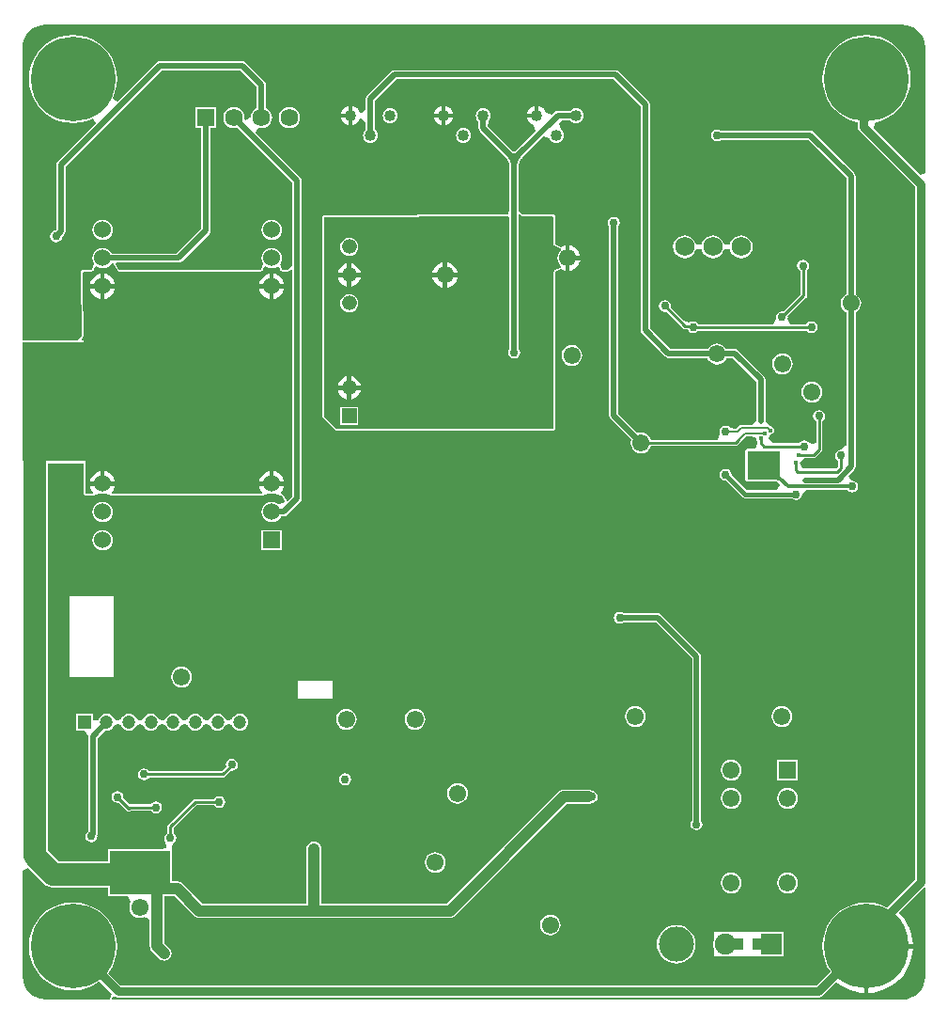
<source format=gbl>
G04*
G04 #@! TF.GenerationSoftware,Altium Limited,Altium Designer,20.0.11 (256)*
G04*
G04 Layer_Physical_Order=2*
G04 Layer_Color=16711680*
%FSLAX25Y25*%
%MOIN*%
G70*
G01*
G75*
%ADD15C,0.01000*%
%ADD17C,0.00800*%
%ADD115C,0.04000*%
%ADD117C,0.02000*%
%ADD118C,0.03000*%
%ADD119C,0.01500*%
%ADD120C,0.04000*%
%ADD121C,0.01200*%
%ADD127C,0.06000*%
%ADD128R,0.06000X0.06000*%
%ADD129C,0.06102*%
%ADD130R,0.06102X0.06102*%
%ADD131R,0.05228X0.05228*%
%ADD132C,0.05228*%
%ADD133C,0.30000*%
%ADD134C,0.12500*%
%ADD135C,0.07500*%
%ADD136R,0.07500X0.07500*%
%ADD137C,0.06890*%
%ADD138C,0.04724*%
%ADD139R,0.04724X0.04724*%
%ADD140C,0.06260*%
%ADD141R,0.06260X0.06260*%
%ADD142R,0.02000X0.04000*%
%ADD143R,0.02000X0.02000*%
%ADD144C,0.01968*%
%ADD145C,0.03000*%
%ADD146C,0.01600*%
%ADD147C,0.08000*%
%ADD148R,0.04300X0.04100*%
%ADD149R,0.03500X0.04100*%
%ADD150R,0.57174X0.42423*%
%ADD151R,0.21511X0.15645*%
%ADD152R,0.11458X0.10335*%
G36*
X313500Y347369D02*
Y347369D01*
X315408Y347147D01*
X316711Y346752D01*
X318162Y345976D01*
X319433Y344933D01*
X320476Y343661D01*
X321252Y342211D01*
X321647Y340908D01*
X321869Y339000D01*
X321869Y339000D01*
X321869Y339000D01*
X321869Y337000D01*
Y294773D01*
X320021Y294007D01*
X303487Y310541D01*
X303477Y311042D01*
X304145Y312712D01*
X305836Y313118D01*
X308104Y314057D01*
X310198Y315340D01*
X312065Y316935D01*
X313660Y318802D01*
X314943Y320896D01*
X315882Y323164D01*
X316456Y325552D01*
X316648Y328000D01*
X316456Y330448D01*
X315882Y332836D01*
X314943Y335104D01*
X313660Y337198D01*
X312065Y339065D01*
X310198Y340660D01*
X308104Y341943D01*
X305836Y342882D01*
X303448Y343456D01*
X301000Y343648D01*
X298552Y343456D01*
X296164Y342882D01*
X293896Y341943D01*
X291802Y340660D01*
X289935Y339065D01*
X288340Y337198D01*
X287057Y335104D01*
X286118Y332836D01*
X285544Y330448D01*
X285352Y328000D01*
X285544Y325552D01*
X286118Y323164D01*
X287057Y320896D01*
X288340Y318802D01*
X289935Y316935D01*
X291802Y315340D01*
X293896Y314057D01*
X296164Y313118D01*
X297859Y312711D01*
Y311000D01*
X298022Y310181D01*
X298486Y309486D01*
X318259Y289713D01*
Y44364D01*
X308249Y34354D01*
X308104Y34443D01*
X305836Y35382D01*
X303448Y35956D01*
X301000Y36148D01*
X298552Y35956D01*
X296164Y35382D01*
X293896Y34443D01*
X291802Y33160D01*
X289935Y31565D01*
X288340Y29698D01*
X287057Y27604D01*
X286118Y25336D01*
X285544Y22948D01*
X285352Y20500D01*
X285544Y18052D01*
X286118Y15664D01*
X287057Y13396D01*
X288125Y11653D01*
X283113Y6641D01*
X36387D01*
X31960Y11068D01*
X32160Y11302D01*
X33443Y13396D01*
X34382Y15664D01*
X34956Y18052D01*
X35148Y20500D01*
X34956Y22948D01*
X34382Y25336D01*
X33443Y27604D01*
X32160Y29698D01*
X30565Y31565D01*
X28698Y33160D01*
X26604Y34443D01*
X24336Y35382D01*
X21948Y35956D01*
X19500Y36148D01*
X17052Y35956D01*
X14664Y35382D01*
X12396Y34443D01*
X10302Y33160D01*
X8435Y31565D01*
X6840Y29698D01*
X5557Y27604D01*
X4618Y25336D01*
X4044Y22948D01*
X3852Y20500D01*
X4044Y18052D01*
X4618Y15664D01*
X5557Y13396D01*
X6840Y11302D01*
X8435Y9435D01*
X10302Y7840D01*
X12396Y6557D01*
X14664Y5618D01*
X17052Y5044D01*
X19500Y4852D01*
X21948Y5044D01*
X24336Y5618D01*
X26604Y6557D01*
X28698Y7840D01*
X28932Y8040D01*
X33341Y3631D01*
X32512Y1631D01*
X10000D01*
X10000Y1631D01*
X8092Y1853D01*
X6789Y2248D01*
X5339Y3024D01*
X4067Y4067D01*
X3024Y5339D01*
X2248Y6789D01*
X1853Y8092D01*
X1631Y10000D01*
Y47438D01*
X3631Y48266D01*
X9115Y42782D01*
X9115Y42782D01*
X10076Y42045D01*
X11195Y41581D01*
X12396Y41423D01*
X31840D01*
Y38851D01*
X32030Y38392D01*
X32489Y38201D01*
X39074D01*
X40002Y36201D01*
X39971Y36161D01*
X39603Y35273D01*
X39478Y34320D01*
X39603Y33367D01*
X39971Y32478D01*
X40556Y31716D01*
X41319Y31130D01*
X42207Y30762D01*
X43160Y30637D01*
X44114Y30762D01*
X44753Y31028D01*
X45675Y30678D01*
X46753Y29954D01*
Y20530D01*
X46753Y20530D01*
X46843Y19851D01*
X47105Y19219D01*
X47521Y18676D01*
X49999Y16198D01*
X50543Y15781D01*
X51175Y15519D01*
X51854Y15430D01*
X52533Y15519D01*
X53165Y15781D01*
X53708Y16198D01*
X54125Y16741D01*
X54387Y17373D01*
X54476Y18052D01*
X54387Y18731D01*
X54125Y19363D01*
X53708Y19906D01*
X51998Y21616D01*
Y38201D01*
X54000D01*
X54289Y38321D01*
X55492D01*
X62543Y31270D01*
X62543Y31270D01*
X63086Y30853D01*
X63719Y30591D01*
X64397Y30502D01*
X64398Y30502D01*
X104970D01*
X104970Y30502D01*
X104970Y30502D01*
X153166D01*
X153166Y30502D01*
X153845Y30591D01*
X154477Y30853D01*
X155020Y31270D01*
X194639Y70889D01*
X202385D01*
X203064Y70978D01*
X203696Y71240D01*
X203989Y71465D01*
X204332Y71533D01*
X205027Y71997D01*
X205491Y72692D01*
X205654Y73511D01*
X205491Y74330D01*
X205027Y75025D01*
X204332Y75489D01*
X203989Y75558D01*
X203696Y75782D01*
X203064Y76044D01*
X202385Y76134D01*
X193553D01*
X193553Y76134D01*
X192874Y76044D01*
X192242Y75782D01*
X191699Y75365D01*
X191699Y75365D01*
X152080Y35746D01*
X107593D01*
Y55097D01*
X107503Y55775D01*
X107241Y56408D01*
X106825Y56951D01*
X106281Y57368D01*
X105649Y57630D01*
X104970Y57719D01*
X104291Y57630D01*
X103659Y57368D01*
X103116Y56951D01*
X102699Y56408D01*
X102437Y55775D01*
X102348Y55097D01*
Y35746D01*
X65484D01*
X58432Y42798D01*
X57889Y43215D01*
X57257Y43477D01*
X56578Y43566D01*
X56578Y43566D01*
X54649D01*
Y54496D01*
X54522Y54805D01*
X54491Y55103D01*
X54681Y56002D01*
X55665Y57594D01*
X55978Y58062D01*
X56141Y58882D01*
X55978Y59701D01*
X55514Y60396D01*
X55349Y60506D01*
X55230Y62520D01*
X63242Y70532D01*
X69531D01*
X69793Y70139D01*
X70488Y69675D01*
X71307Y69512D01*
X72127Y69675D01*
X72821Y70139D01*
X73285Y70834D01*
X73448Y71653D01*
X73285Y72473D01*
X72821Y73168D01*
X72127Y73632D01*
X71307Y73795D01*
X70488Y73632D01*
X69793Y73168D01*
X69531Y72775D01*
X62778D01*
X62778Y72775D01*
X62349Y72690D01*
X61985Y72447D01*
X61985Y72447D01*
X53207Y63669D01*
X52964Y63305D01*
X52878Y62876D01*
X52878Y62876D01*
Y60658D01*
X52486Y60396D01*
X52022Y59701D01*
X51859Y58882D01*
X52022Y58062D01*
X52023Y58060D01*
X52710Y56344D01*
X52579Y55382D01*
X50677Y55146D01*
X32489D01*
X32030Y54955D01*
X31840Y54496D01*
Y50703D01*
X14318D01*
X10486Y54534D01*
Y57986D01*
Y191679D01*
X23197D01*
X23269Y187063D01*
Y180869D01*
X23459Y180410D01*
X23918Y180219D01*
X26597Y180219D01*
X26754Y180285D01*
X26922Y180307D01*
X26922Y180307D01*
X27036Y180401D01*
X27056Y180410D01*
Y180410D01*
X27446Y180737D01*
X29056Y180992D01*
X29209Y180973D01*
X30000Y180869D01*
X30791Y180973D01*
X30944Y180992D01*
X32554Y180737D01*
X32944Y180410D01*
Y180410D01*
X32964Y180401D01*
X33078Y180307D01*
X33078Y180307D01*
X33246Y180285D01*
X33403Y180219D01*
X33403Y180219D01*
X34209Y180219D01*
X85791D01*
X86597Y180219D01*
X86754Y180285D01*
X86922Y180307D01*
X86922Y180307D01*
X87036Y180401D01*
X87056Y180410D01*
Y180410D01*
X87446Y180737D01*
X89056Y180992D01*
X89209Y180973D01*
X90000Y180869D01*
X90791Y180973D01*
X90944Y180992D01*
X92554Y180737D01*
X92944Y180410D01*
Y180410D01*
X92964Y180401D01*
X93078Y180307D01*
X93078Y180307D01*
X93246Y180285D01*
X93403Y180219D01*
X93403Y180219D01*
X93475D01*
X94555Y178219D01*
X94279Y177798D01*
X92084Y177439D01*
X91816Y177645D01*
X90940Y178007D01*
X90000Y178131D01*
X89060Y178007D01*
X88184Y177645D01*
X87432Y177068D01*
X86855Y176315D01*
X86493Y175440D01*
X86369Y174500D01*
X86493Y173560D01*
X86855Y172685D01*
X87432Y171932D01*
X88184Y171355D01*
X89060Y170993D01*
X90000Y170869D01*
X90940Y170993D01*
X91816Y171355D01*
X92568Y171932D01*
X93145Y172685D01*
X93221Y172869D01*
X94183D01*
X94807Y172993D01*
X95337Y173346D01*
X100139Y178149D01*
X100493Y178678D01*
X100617Y179303D01*
Y291890D01*
X100493Y292515D01*
X100139Y293044D01*
X84112Y309071D01*
X85245Y310767D01*
X85414Y310697D01*
X86388Y310568D01*
X87362Y310697D01*
X88269Y311072D01*
X89048Y311670D01*
X89646Y312449D01*
X90022Y313357D01*
X90150Y314331D01*
X90022Y315304D01*
X89646Y316212D01*
X89048Y316991D01*
X88269Y317589D01*
X88019Y317692D01*
Y325852D01*
X87895Y326477D01*
X87542Y327006D01*
X80654Y333894D01*
X80124Y334247D01*
X79500Y334371D01*
X50340D01*
X49716Y334247D01*
X49187Y333894D01*
X35149Y319856D01*
X33443Y320896D01*
X34382Y323164D01*
X34956Y325552D01*
X35148Y328000D01*
X34956Y330448D01*
X34382Y332836D01*
X33443Y335104D01*
X32160Y337198D01*
X30565Y339065D01*
X28698Y340660D01*
X26604Y341943D01*
X24336Y342882D01*
X21948Y343456D01*
X19500Y343648D01*
X17052Y343456D01*
X14664Y342882D01*
X12396Y341943D01*
X10302Y340660D01*
X8435Y339065D01*
X6840Y337198D01*
X5557Y335104D01*
X4618Y332836D01*
X4044Y330448D01*
X3852Y328000D01*
X4044Y325552D01*
X4618Y323164D01*
X5557Y320896D01*
X6840Y318802D01*
X8435Y316935D01*
X10302Y315340D01*
X12396Y314057D01*
X14664Y313118D01*
X17052Y312544D01*
X19500Y312352D01*
X21948Y312544D01*
X24336Y313118D01*
X26604Y314057D01*
X27644Y312351D01*
X14047Y298753D01*
X13693Y298224D01*
X13569Y297600D01*
Y274577D01*
X13322Y274330D01*
X12710Y274209D01*
X12015Y273745D01*
X11551Y273050D01*
X11388Y272231D01*
X11551Y271411D01*
X12015Y270717D01*
X12710Y270252D01*
X13529Y270089D01*
X14348Y270252D01*
X15043Y270717D01*
X15507Y271411D01*
X15629Y272023D01*
X16353Y272748D01*
X16707Y273277D01*
X16831Y273902D01*
Y296924D01*
X51016Y331109D01*
X78824D01*
X84757Y325177D01*
Y317692D01*
X84507Y317589D01*
X83728Y316991D01*
X83130Y316212D01*
X82754Y315304D01*
X82655Y314555D01*
X82524Y314370D01*
X82243Y314157D01*
X80722Y313467D01*
X80247Y313870D01*
X80308Y314331D01*
X80179Y315304D01*
X79804Y316212D01*
X79206Y316991D01*
X78426Y317589D01*
X77519Y317964D01*
X76545Y318093D01*
X75572Y317964D01*
X74664Y317589D01*
X73885Y316991D01*
X73287Y316212D01*
X72912Y315304D01*
X72783Y314331D01*
X72912Y313357D01*
X73287Y312449D01*
X73885Y311670D01*
X74664Y311072D01*
X75572Y310697D01*
X76545Y310568D01*
X77519Y310697D01*
X77769Y310800D01*
X97354Y291215D01*
Y261734D01*
X95754Y260452D01*
X95354Y260452D01*
X93846D01*
X93591Y260748D01*
X92966Y262452D01*
X93145Y262684D01*
X93507Y263560D01*
X93631Y264500D01*
X93507Y265440D01*
X93145Y266316D01*
X92568Y267068D01*
X91816Y267645D01*
X90940Y268007D01*
X90000Y268131D01*
X89060Y268007D01*
X88184Y267645D01*
X87432Y267068D01*
X86855Y266316D01*
X86493Y265440D01*
X86369Y264500D01*
X86493Y263560D01*
X86855Y262684D01*
X87034Y262452D01*
X86409Y260748D01*
X86154Y260452D01*
X35695D01*
X34653Y262452D01*
X34944Y262869D01*
X57000D01*
X57624Y262993D01*
X58153Y263347D01*
X67853Y273046D01*
X68207Y273576D01*
X68331Y274200D01*
Y310601D01*
X70433D01*
Y318060D01*
X62973D01*
Y310601D01*
X65069D01*
Y274876D01*
X56324Y266131D01*
X33221D01*
X33145Y266316D01*
X32568Y267068D01*
X31815Y267645D01*
X30940Y268007D01*
X30000Y268131D01*
X29060Y268007D01*
X28185Y267645D01*
X27433Y267068D01*
X26855Y266316D01*
X26493Y265440D01*
X26369Y264500D01*
X26493Y263560D01*
X26855Y262684D01*
X27034Y262452D01*
X26409Y260748D01*
X26153Y260452D01*
X23141Y260452D01*
X23141Y260452D01*
X23139Y260451D01*
X23136Y260452D01*
X23136Y260452D01*
X22910Y260356D01*
X22910Y260356D01*
X22682Y260262D01*
X22680Y260259D01*
X22679Y260258D01*
X22679Y260258D01*
X22328Y259902D01*
X22327Y259900D01*
X22324Y259898D01*
X22234Y259670D01*
X22141Y259441D01*
X22141Y259441D01*
X22142Y259439D01*
X22141Y259436D01*
X22141Y259436D01*
X22150Y258863D01*
X22150Y258863D01*
X22151Y258830D01*
X22493Y236826D01*
X21090Y235401D01*
X1631D01*
Y339000D01*
X1617Y339073D01*
X1771Y340637D01*
X2248Y342211D01*
X3024Y343661D01*
X4067Y344933D01*
X5339Y345976D01*
X6789Y346752D01*
X8092Y347147D01*
X10000Y347369D01*
Y347369D01*
X12000Y347369D01*
X313500D01*
X313500Y347369D01*
D02*
G37*
G36*
X33800Y262772D02*
X34020Y262369D01*
X34013Y262339D01*
X34068Y262253D01*
X34077Y262152D01*
X35119Y260152D01*
X35197Y260087D01*
X35236Y259993D01*
X35381Y259933D01*
X35500Y259833D01*
X35601Y259842D01*
X35695Y259803D01*
X86154D01*
X86177Y259812D01*
X86201Y259804D01*
X86403Y259906D01*
X86613Y259993D01*
X86622Y260016D01*
X86645Y260028D01*
X86901Y260324D01*
X86938Y260437D01*
X87019Y260525D01*
X87367Y261475D01*
X87847Y261614D01*
X88184Y261355D01*
X89060Y260993D01*
X90000Y260869D01*
X90940Y260993D01*
X91816Y261355D01*
X92153Y261614D01*
X92633Y261475D01*
X92981Y260525D01*
X93062Y260437D01*
X93099Y260324D01*
X93355Y260028D01*
X93378Y260016D01*
X93387Y259993D01*
X93597Y259906D01*
X93799Y259804D01*
X93823Y259812D01*
X93846Y259803D01*
X95354D01*
X95754Y259803D01*
X95954Y259885D01*
X96161Y259945D01*
X96904Y260541D01*
X97354Y260325D01*
Y179978D01*
X95674Y178298D01*
X95674Y178298D01*
X95198Y178417D01*
X95133Y178465D01*
X95127Y178528D01*
X94047Y180528D01*
X93972Y180589D01*
X93934Y180679D01*
X93786Y180740D01*
X93661Y180842D01*
X93610Y180837D01*
X93532Y180869D01*
X93403D01*
X93270Y181369D01*
X93288Y181393D01*
D01*
X93931Y182231D01*
X94384Y183325D01*
X94440Y183750D01*
X90000D01*
X85560D01*
X85616Y183325D01*
X86069Y182231D01*
X86730Y181369D01*
X86597Y180869D01*
X86468D01*
X86468Y180869D01*
X85791Y180869D01*
X34209D01*
X33532Y180869D01*
X33532Y180869D01*
X33403D01*
X33270Y181369D01*
X33288Y181393D01*
D01*
X33931Y182231D01*
X34384Y183325D01*
X34440Y183750D01*
X30000D01*
X25560D01*
X25616Y183325D01*
X26069Y182231D01*
X26712Y181393D01*
D01*
X26730Y181369D01*
X26597Y180869D01*
X26468D01*
X26468Y180869D01*
X24047Y180869D01*
X24047D01*
X23918D01*
Y180998D01*
Y187063D01*
D01*
X23916Y187068D01*
X23918Y187073D01*
X23916Y187171D01*
X23852Y191323D01*
D01*
X23165Y235401D01*
X22649D01*
X22456Y235862D01*
X22956Y236370D01*
X22957Y236373D01*
X22960Y236374D01*
X23050Y236602D01*
X23143Y236831D01*
X23142Y236833D01*
X23143Y236836D01*
X22868Y254452D01*
X22800Y258840D01*
X22800Y258840D01*
X22800Y258840D01*
X22799Y258873D01*
X22799Y258873D01*
X22793Y259320D01*
X22793Y259320D01*
X22791Y259446D01*
X23141Y259803D01*
X23268D01*
X23268Y259803D01*
X26153Y259803D01*
X26177Y259812D01*
X26201Y259804D01*
X26403Y259906D01*
X26613Y259993D01*
X26622Y260016D01*
X26645Y260028D01*
X26901Y260324D01*
X26938Y260437D01*
X27019Y260525D01*
X27367Y261475D01*
X27847Y261614D01*
X28185Y261355D01*
X29060Y260993D01*
X30000Y260869D01*
X30940Y260993D01*
X31815Y261355D01*
X32568Y261932D01*
X33145Y262684D01*
X33154Y262707D01*
X33683Y262834D01*
X33800Y262772D01*
D02*
G37*
G36*
X321869Y41265D02*
Y10497D01*
X321869Y10492D01*
X321869Y10000D01*
X321842Y9511D01*
X321729Y8363D01*
X321252Y6789D01*
X320476Y5339D01*
X319433Y4067D01*
X318162Y3024D01*
X316711Y2248D01*
X315137Y1771D01*
X313993Y1658D01*
X313500Y1631D01*
X313500Y1631D01*
X313008Y1631D01*
X33665D01*
X33387Y2047D01*
X33644Y2667D01*
X34246Y2812D01*
X34681Y2522D01*
X35500Y2359D01*
X284000D01*
X284819Y2522D01*
X285514Y2986D01*
X290388Y7860D01*
X290934Y7382D01*
X292732Y6180D01*
X294672Y5223D01*
X296720Y4528D01*
X298842Y4106D01*
X300250Y4014D01*
Y20500D01*
X301000D01*
Y21250D01*
X317486D01*
X317394Y22658D01*
X316972Y24780D01*
X316277Y26828D01*
X315320Y28768D01*
X314118Y30566D01*
X312692Y32192D01*
X312675Y32208D01*
X312658Y32708D01*
X321407Y41456D01*
X321869Y41265D01*
D02*
G37*
%LPC*%
G36*
X183250Y318431D02*
X183086Y318410D01*
X182235Y318057D01*
X181504Y317496D01*
X180943Y316765D01*
X180590Y315914D01*
X180569Y315750D01*
X183250D01*
Y318431D01*
D02*
G37*
G36*
X151750D02*
Y315750D01*
X154431D01*
X154410Y315914D01*
X154057Y316765D01*
X153496Y317496D01*
X152765Y318057D01*
X151914Y318410D01*
X151750Y318431D01*
D02*
G37*
G36*
X150250D02*
X150086Y318410D01*
X149235Y318057D01*
X148504Y317496D01*
X147943Y316765D01*
X147590Y315914D01*
X147569Y315750D01*
X150250D01*
Y318431D01*
D02*
G37*
G36*
X117250D02*
X117086Y318410D01*
X116235Y318057D01*
X115504Y317496D01*
X114943Y316765D01*
X114590Y315914D01*
X114568Y315750D01*
X117250D01*
Y318431D01*
D02*
G37*
G36*
X132000Y317622D02*
X131321Y317533D01*
X130689Y317271D01*
X130146Y316854D01*
X129729Y316311D01*
X129467Y315679D01*
X129378Y315000D01*
X129467Y314321D01*
X129729Y313689D01*
X130146Y313146D01*
X130689Y312729D01*
X131321Y312467D01*
X132000Y312378D01*
X132679Y312467D01*
X133311Y312729D01*
X133854Y313146D01*
X134271Y313689D01*
X134533Y314321D01*
X134622Y315000D01*
X134533Y315679D01*
X134271Y316311D01*
X133854Y316854D01*
X133311Y317271D01*
X132679Y317533D01*
X132000Y317622D01*
D02*
G37*
G36*
X154431Y314250D02*
X151750D01*
Y311568D01*
X151914Y311590D01*
X152765Y311943D01*
X153496Y312504D01*
X154057Y313235D01*
X154410Y314086D01*
X154431Y314250D01*
D02*
G37*
G36*
X150250D02*
X147569D01*
X147590Y314086D01*
X147943Y313235D01*
X148504Y312504D01*
X149235Y311943D01*
X150086Y311590D01*
X150250Y311568D01*
Y314250D01*
D02*
G37*
G36*
X117250D02*
X114568D01*
X114590Y314086D01*
X114943Y313235D01*
X115504Y312504D01*
X116235Y311943D01*
X117086Y311590D01*
X117250Y311568D01*
Y314250D01*
D02*
G37*
G36*
X96231Y318093D02*
X95257Y317964D01*
X94349Y317589D01*
X93570Y316991D01*
X92972Y316212D01*
X92597Y315304D01*
X92468Y314331D01*
X92597Y313357D01*
X92972Y312449D01*
X93570Y311670D01*
X94349Y311072D01*
X95257Y310697D01*
X96231Y310568D01*
X97204Y310697D01*
X98111Y311072D01*
X98891Y311670D01*
X99489Y312449D01*
X99864Y313357D01*
X99993Y314331D01*
X99864Y315304D01*
X99489Y316212D01*
X98891Y316991D01*
X98111Y317589D01*
X97204Y317964D01*
X96231Y318093D01*
D02*
G37*
G36*
X158000Y310622D02*
X157321Y310533D01*
X156689Y310271D01*
X156146Y309854D01*
X155729Y309311D01*
X155467Y308679D01*
X155378Y308000D01*
X155467Y307321D01*
X155729Y306689D01*
X156146Y306146D01*
X156689Y305729D01*
X157321Y305467D01*
X158000Y305378D01*
X158679Y305467D01*
X159311Y305729D01*
X159854Y306146D01*
X160271Y306689D01*
X160533Y307321D01*
X160622Y308000D01*
X160533Y308679D01*
X160271Y309311D01*
X159854Y309854D01*
X159311Y310271D01*
X158679Y310533D01*
X158000Y310622D01*
D02*
G37*
G36*
X184750Y318431D02*
Y315000D01*
X184000D01*
Y314250D01*
X180569D01*
X180590Y314086D01*
X180943Y313235D01*
X181504Y312504D01*
X182235Y311943D01*
X183086Y311590D01*
X183687Y309494D01*
X177017Y302824D01*
X176980Y302811D01*
X176726Y302583D01*
X176515Y302435D01*
X176325Y302340D01*
X176156Y302290D01*
X176000Y302274D01*
X175844Y302290D01*
X175675Y302340D01*
X175485Y302435D01*
X175274Y302583D01*
X175020Y302811D01*
X174983Y302824D01*
X166721Y311086D01*
X166802Y313105D01*
X166854Y313146D01*
X167271Y313689D01*
X167533Y314321D01*
X167622Y315000D01*
X167533Y315679D01*
X167271Y316311D01*
X166854Y316854D01*
X166311Y317271D01*
X165679Y317533D01*
X165000Y317622D01*
X164321Y317533D01*
X163689Y317271D01*
X163146Y316854D01*
X162729Y316311D01*
X162467Y315679D01*
X162378Y315000D01*
X162467Y314321D01*
X162729Y313689D01*
X163146Y313146D01*
X163369Y312975D01*
Y310500D01*
X163493Y309876D01*
X163847Y309346D01*
X173096Y300097D01*
X173110Y300058D01*
X173363Y299787D01*
X173572Y299525D01*
X173755Y299255D01*
X173913Y298978D01*
X174046Y298691D01*
X174155Y298394D01*
X174240Y298086D01*
X174301Y297765D01*
X174338Y297432D01*
X174351Y297062D01*
X174369Y297024D01*
Y281846D01*
X174011Y279996D01*
X108497Y279649D01*
X108269Y279554D01*
X108041Y279459D01*
X108040Y279457D01*
X108038Y279457D01*
X107945Y279229D01*
X107851Y279000D01*
Y208500D01*
X108041Y208041D01*
X112541Y203541D01*
X113000Y203351D01*
X188918Y203350D01*
X190000Y203350D01*
X190000Y203351D01*
X190459Y203541D01*
X190649Y204000D01*
X190649Y204000D01*
X190649Y205082D01*
X190649Y259581D01*
X192649Y260567D01*
X192705Y260525D01*
X193812Y260066D01*
X194250Y260008D01*
Y264500D01*
Y268992D01*
X193812Y268934D01*
X192705Y268476D01*
X192649Y268433D01*
X190649Y269419D01*
X190649Y278470D01*
X190649Y279077D01*
X190649Y279077D01*
X190649Y279078D01*
X190649Y279078D01*
X190649Y279079D01*
X190555Y279306D01*
X190554Y279306D01*
X190459Y279536D01*
X190458Y279537D01*
X190458Y279537D01*
X190458Y279537D01*
X190104Y279890D01*
X190103Y279890D01*
X190103Y279890D01*
X190102Y279891D01*
X189873Y279984D01*
X189873Y279985D01*
X189644Y280079D01*
X189644Y280079D01*
X189643Y280078D01*
X189642Y280079D01*
X189642Y280079D01*
X189063Y280076D01*
X189063Y280076D01*
X189033Y280076D01*
X179049Y280023D01*
X177631Y281433D01*
Y297024D01*
X177649Y297062D01*
X177662Y297432D01*
X177699Y297765D01*
X177760Y298086D01*
X177845Y298394D01*
X177954Y298691D01*
X178087Y298977D01*
X178245Y299255D01*
X178428Y299525D01*
X178637Y299787D01*
X178890Y300058D01*
X178904Y300097D01*
X186412Y307605D01*
X187453Y307461D01*
X188610Y306975D01*
X188729Y306689D01*
X189146Y306146D01*
X189689Y305729D01*
X190321Y305467D01*
X191000Y305378D01*
X191679Y305467D01*
X192311Y305729D01*
X192854Y306146D01*
X193271Y306689D01*
X193533Y307321D01*
X193622Y308000D01*
X193533Y308679D01*
X193271Y309311D01*
X192854Y309854D01*
X192557Y310083D01*
X192073Y312248D01*
X193079Y313369D01*
X195975D01*
X196146Y313146D01*
X196689Y312729D01*
X197321Y312467D01*
X198000Y312378D01*
X198679Y312467D01*
X199311Y312729D01*
X199854Y313146D01*
X200271Y313689D01*
X200533Y314321D01*
X200622Y315000D01*
X200533Y315679D01*
X200271Y316311D01*
X199854Y316854D01*
X199311Y317271D01*
X198679Y317533D01*
X198000Y317622D01*
X197321Y317533D01*
X196689Y317271D01*
X196146Y316854D01*
X195975Y316631D01*
X191500D01*
X190876Y316507D01*
X190347Y316154D01*
X189506Y315313D01*
X187410Y315914D01*
X187057Y316765D01*
X186496Y317496D01*
X185765Y318057D01*
X184914Y318410D01*
X184750Y318431D01*
D02*
G37*
G36*
X90000Y278131D02*
X89060Y278007D01*
X88184Y277645D01*
X87432Y277067D01*
X86855Y276315D01*
X86493Y275440D01*
X86369Y274500D01*
X86493Y273560D01*
X86855Y272685D01*
X87432Y271933D01*
X88184Y271355D01*
X89060Y270993D01*
X90000Y270869D01*
X90940Y270993D01*
X91816Y271355D01*
X92568Y271933D01*
X93145Y272685D01*
X93507Y273560D01*
X93631Y274500D01*
X93507Y275440D01*
X93145Y276315D01*
X92568Y277067D01*
X91816Y277645D01*
X90940Y278007D01*
X90000Y278131D01*
D02*
G37*
G36*
X30000D02*
X29060Y278007D01*
X28185Y277645D01*
X27433Y277067D01*
X26855Y276315D01*
X26493Y275440D01*
X26369Y274500D01*
X26493Y273560D01*
X26855Y272685D01*
X27433Y271933D01*
X28185Y271355D01*
X29060Y270993D01*
X30000Y270869D01*
X30940Y270993D01*
X31815Y271355D01*
X32568Y271933D01*
X33145Y272685D01*
X33507Y273560D01*
X33631Y274500D01*
X33507Y275440D01*
X33145Y276315D01*
X32568Y277067D01*
X31815Y277645D01*
X30940Y278007D01*
X30000Y278131D01*
D02*
G37*
G36*
X256500Y272580D02*
X255444Y272441D01*
X254460Y272033D01*
X253615Y271385D01*
X252967Y270540D01*
X252648Y269771D01*
X252559Y269556D01*
X252474Y269390D01*
X250526D01*
X250441Y269556D01*
X250373Y269719D01*
X250033Y270540D01*
X249385Y271385D01*
X248540Y272033D01*
X247556Y272441D01*
X246500Y272580D01*
X245444Y272441D01*
X244460Y272033D01*
X243615Y271385D01*
X242967Y270540D01*
X242648Y269771D01*
X242559Y269556D01*
X242474Y269390D01*
X240526D01*
X240441Y269556D01*
X240373Y269719D01*
X240033Y270540D01*
X239385Y271385D01*
X238540Y272033D01*
X237556Y272441D01*
X236500Y272580D01*
X235444Y272441D01*
X234460Y272033D01*
X233615Y271385D01*
X232967Y270540D01*
X232559Y269556D01*
X232420Y268500D01*
X232559Y267444D01*
X232967Y266460D01*
X233615Y265615D01*
X234460Y264967D01*
X235444Y264559D01*
X236500Y264420D01*
X237556Y264559D01*
X238540Y264967D01*
X239385Y265615D01*
X240033Y266460D01*
X240352Y267229D01*
X240441Y267444D01*
X240526Y267610D01*
X242474D01*
X242559Y267444D01*
X242627Y267281D01*
X242967Y266460D01*
X243615Y265615D01*
X244460Y264967D01*
X245444Y264559D01*
X246500Y264420D01*
X247556Y264559D01*
X248540Y264967D01*
X249385Y265615D01*
X250033Y266460D01*
X250352Y267229D01*
X250441Y267444D01*
X250526Y267610D01*
X252474D01*
X252559Y267444D01*
X252627Y267281D01*
X252967Y266460D01*
X253615Y265615D01*
X254460Y264967D01*
X255444Y264559D01*
X256500Y264420D01*
X257556Y264559D01*
X258540Y264967D01*
X259385Y265615D01*
X260033Y266460D01*
X260441Y267444D01*
X260580Y268500D01*
X260441Y269556D01*
X260033Y270540D01*
X259385Y271385D01*
X258540Y272033D01*
X257556Y272441D01*
X256500Y272580D01*
D02*
G37*
G36*
X195750Y268992D02*
Y265250D01*
X199492D01*
X199434Y265688D01*
X198976Y266795D01*
X198246Y267746D01*
X197295Y268476D01*
X196188Y268934D01*
X195750Y268992D01*
D02*
G37*
G36*
X199492Y263750D02*
X195750D01*
Y260008D01*
X196188Y260066D01*
X197295Y260525D01*
X198246Y261254D01*
X198976Y262205D01*
X199434Y263312D01*
X199492Y263750D01*
D02*
G37*
G36*
X278557Y263908D02*
X277737Y263745D01*
X277043Y263281D01*
X276578Y262586D01*
X276415Y261766D01*
X276578Y260947D01*
X277043Y260252D01*
X277619Y259868D01*
Y251705D01*
X271463Y245549D01*
X271000Y245641D01*
X270181Y245478D01*
X269486Y245014D01*
X269022Y244319D01*
X268859Y243500D01*
X268954Y243022D01*
X268278Y241729D01*
X267725Y241021D01*
X241343D01*
X241014Y241514D01*
X240319Y241978D01*
X239500Y242141D01*
X238681Y241978D01*
X237986Y241514D01*
X236259Y242327D01*
X231549Y247037D01*
X231641Y247500D01*
X231478Y248319D01*
X231014Y249014D01*
X230319Y249478D01*
X229500Y249641D01*
X228681Y249478D01*
X227986Y249014D01*
X227522Y248319D01*
X227359Y247500D01*
X227522Y246681D01*
X227986Y245986D01*
X228681Y245522D01*
X229500Y245359D01*
X229963Y245451D01*
X235824Y239590D01*
X235824Y239590D01*
X236188Y239347D01*
X236617Y239261D01*
X237506D01*
X237522Y239181D01*
X237986Y238486D01*
X238681Y238022D01*
X239500Y237859D01*
X240319Y238022D01*
X241014Y238486D01*
X241209Y238778D01*
X279791D01*
X279986Y238486D01*
X280681Y238022D01*
X281500Y237859D01*
X282319Y238022D01*
X283014Y238486D01*
X283478Y239181D01*
X283641Y240000D01*
X283478Y240819D01*
X283014Y241514D01*
X282319Y241978D01*
X281500Y242141D01*
X280681Y241978D01*
X279986Y241514D01*
X279657Y241021D01*
X274275D01*
X273722Y241729D01*
X273046Y243022D01*
X273141Y243500D01*
X273049Y243963D01*
X279533Y250447D01*
X279776Y250811D01*
X279862Y251240D01*
X279862Y251240D01*
Y260113D01*
X280071Y260252D01*
X280535Y260947D01*
X280698Y261766D01*
X280535Y262586D01*
X280071Y263281D01*
X279376Y263745D01*
X278557Y263908D01*
D02*
G37*
G36*
X196500Y233683D02*
X195547Y233557D01*
X194659Y233189D01*
X193896Y232604D01*
X193311Y231841D01*
X192943Y230953D01*
X192817Y230000D01*
X192943Y229047D01*
X193311Y228159D01*
X193896Y227396D01*
X194659Y226811D01*
X195547Y226443D01*
X196500Y226317D01*
X197453Y226443D01*
X198341Y226811D01*
X199104Y227396D01*
X199689Y228159D01*
X200057Y229047D01*
X200183Y230000D01*
X200057Y230953D01*
X199689Y231841D01*
X199104Y232604D01*
X198341Y233189D01*
X197453Y233557D01*
X196500Y233683D01*
D02*
G37*
G36*
X271200Y230683D02*
X270247Y230557D01*
X269359Y230189D01*
X268596Y229604D01*
X268011Y228841D01*
X267643Y227953D01*
X267517Y227000D01*
X267643Y226047D01*
X268011Y225159D01*
X268596Y224396D01*
X269359Y223811D01*
X270247Y223443D01*
X271200Y223317D01*
X272153Y223443D01*
X273041Y223811D01*
X273804Y224396D01*
X274389Y225159D01*
X274757Y226047D01*
X274883Y227000D01*
X274757Y227953D01*
X274389Y228841D01*
X273804Y229604D01*
X273041Y230189D01*
X272153Y230557D01*
X271200Y230683D01*
D02*
G37*
G36*
X281653Y220683D02*
X280700Y220557D01*
X279812Y220189D01*
X279049Y219604D01*
X278464Y218841D01*
X278096Y217953D01*
X277971Y217000D01*
X278096Y216047D01*
X278464Y215159D01*
X279049Y214396D01*
X279812Y213811D01*
X280700Y213443D01*
X281653Y213317D01*
X282607Y213443D01*
X283495Y213811D01*
X284258Y214396D01*
X284843Y215159D01*
X285211Y216047D01*
X285336Y217000D01*
X285211Y217953D01*
X284843Y218841D01*
X284258Y219604D01*
X283495Y220189D01*
X282607Y220557D01*
X281653Y220683D01*
D02*
G37*
G36*
X133500Y331131D02*
X132876Y331007D01*
X132346Y330654D01*
X123846Y322153D01*
X123493Y321624D01*
X123369Y321000D01*
Y317464D01*
X122045Y316012D01*
X121410Y315914D01*
X121382Y315981D01*
X121057Y316765D01*
X120496Y317496D01*
X119765Y318057D01*
X118914Y318410D01*
X118750Y318431D01*
Y315000D01*
Y311568D01*
X118914Y311590D01*
X119765Y311943D01*
X120496Y312504D01*
X121057Y313235D01*
X121382Y314019D01*
X121410Y314086D01*
X122045Y313988D01*
X123369Y312536D01*
Y310026D01*
X123146Y309854D01*
X122729Y309311D01*
X122467Y308679D01*
X122378Y308000D01*
X122467Y307321D01*
X122729Y306689D01*
X123146Y306146D01*
X123689Y305729D01*
X124321Y305467D01*
X125000Y305378D01*
X125679Y305467D01*
X126311Y305729D01*
X126854Y306146D01*
X127271Y306689D01*
X127533Y307321D01*
X127622Y308000D01*
X127533Y308679D01*
X127271Y309311D01*
X126854Y309854D01*
X126631Y310026D01*
Y320324D01*
X134176Y327869D01*
X211324D01*
X220869Y318324D01*
Y282500D01*
Y239000D01*
X220993Y238376D01*
X221346Y237846D01*
X229614Y229578D01*
X230144Y229225D01*
X230768Y229101D01*
X244585D01*
X244768Y228659D01*
X245353Y227896D01*
X246116Y227311D01*
X247004Y226943D01*
X247957Y226817D01*
X248910Y226943D01*
X249798Y227311D01*
X250561Y227896D01*
X251146Y228659D01*
X251329Y229101D01*
X253592D01*
X261884Y220809D01*
Y206700D01*
X260202Y205453D01*
X256550D01*
X256159Y205375D01*
X255829Y205154D01*
X254723Y204048D01*
X252751Y204159D01*
X252514Y204514D01*
X251819Y204978D01*
X251000Y205141D01*
X250181Y204978D01*
X249486Y204514D01*
X249022Y203819D01*
X248859Y203000D01*
X249022Y202181D01*
X249061Y202122D01*
X248224Y200172D01*
X248175Y200122D01*
X224487D01*
X224189Y200841D01*
X223604Y201604D01*
X222841Y202189D01*
X221953Y202557D01*
X221000Y202683D01*
X220047Y202557D01*
X219837Y202470D01*
X212940Y209367D01*
Y275662D01*
X213287Y276181D01*
X213450Y277000D01*
X213287Y277819D01*
X212823Y278514D01*
X212128Y278978D01*
X211309Y279141D01*
X210489Y278978D01*
X209795Y278514D01*
X209331Y277819D01*
X209168Y277000D01*
X209331Y276181D01*
X209677Y275662D01*
Y208691D01*
X209802Y208067D01*
X210155Y207538D01*
X217530Y200163D01*
X217443Y199953D01*
X217317Y199000D01*
X217443Y198047D01*
X217811Y197159D01*
X218396Y196396D01*
X219159Y195811D01*
X220047Y195443D01*
X221000Y195317D01*
X221953Y195443D01*
X222841Y195811D01*
X223604Y196396D01*
X224189Y197159D01*
X224487Y197878D01*
X254500D01*
X254500Y197878D01*
X254929Y197964D01*
X255293Y198207D01*
X256293Y199207D01*
X256536Y199571D01*
X256542Y199600D01*
X258313Y201371D01*
X260204D01*
X261781Y200717D01*
X262369Y198742D01*
X261930Y197700D01*
X261581Y197148D01*
X261278Y196866D01*
X258751D01*
X258292Y196676D01*
X258101Y196217D01*
Y185882D01*
X258292Y185423D01*
X258751Y185232D01*
X269402D01*
X270274Y184117D01*
X269407Y182176D01*
X258424D01*
X253109Y187491D01*
X253141Y187654D01*
X252978Y188473D01*
X252514Y189168D01*
X251819Y189632D01*
X251000Y189795D01*
X250181Y189632D01*
X249486Y189168D01*
X249022Y188473D01*
X248859Y187654D01*
X249022Y186834D01*
X249486Y186140D01*
X250181Y185675D01*
X251000Y185512D01*
X251162Y185545D01*
X256880Y179827D01*
X257327Y179528D01*
X257854Y179424D01*
X274394D01*
X274486Y179286D01*
X275181Y178822D01*
X276000Y178659D01*
X276819Y178822D01*
X277514Y179286D01*
X277978Y179981D01*
X278141Y180800D01*
X279761Y182276D01*
X294233D01*
X294427Y181986D01*
X295122Y181522D01*
X295941Y181359D01*
X296760Y181522D01*
X297455Y181986D01*
X297919Y182681D01*
X298082Y183500D01*
X297919Y184319D01*
X297455Y185014D01*
X296760Y185478D01*
X295941Y185641D01*
X295736Y185600D01*
X294751Y187444D01*
X296654Y189347D01*
X297007Y189876D01*
X297131Y190500D01*
Y230500D01*
Y245224D01*
X297341Y245311D01*
X298104Y245896D01*
X298689Y246659D01*
X299057Y247547D01*
X299183Y248500D01*
X299057Y249453D01*
X298689Y250341D01*
X298104Y251104D01*
X297341Y251689D01*
X297131Y251776D01*
Y293500D01*
X297007Y294124D01*
X296654Y294654D01*
X282154Y309154D01*
X281624Y309507D01*
X281000Y309631D01*
X249338D01*
X248819Y309978D01*
X248000Y310141D01*
X247181Y309978D01*
X246486Y309514D01*
X246022Y308819D01*
X245859Y308000D01*
X246022Y307181D01*
X246486Y306486D01*
X247181Y306022D01*
X248000Y305859D01*
X248819Y306022D01*
X249338Y306369D01*
X280324D01*
X293869Y292824D01*
Y251776D01*
X293659Y251689D01*
X292896Y251104D01*
X292311Y250341D01*
X291943Y249453D01*
X291817Y248500D01*
X291943Y247547D01*
X292311Y246659D01*
X292896Y245896D01*
X293659Y245311D01*
X293869Y245224D01*
Y230500D01*
Y198153D01*
X293691Y197871D01*
X292000Y196641D01*
X291181Y196478D01*
X290486Y196014D01*
X290022Y195319D01*
X289859Y194500D01*
X290022Y193681D01*
X290486Y192986D01*
X290879Y192724D01*
Y190548D01*
X290177Y189846D01*
X278484D01*
X278420Y189934D01*
X277397Y191846D01*
X277427Y192000D01*
X278620Y193381D01*
X278989Y193619D01*
X282321D01*
X282321Y193619D01*
X282750Y193704D01*
X283114Y193947D01*
X285047Y195880D01*
X285047Y195880D01*
X285290Y196244D01*
X285375Y196673D01*
X285375Y196673D01*
Y206775D01*
X285691Y206986D01*
X286155Y207681D01*
X286318Y208500D01*
X286155Y209319D01*
X285691Y210014D01*
X284996Y210478D01*
X284177Y210641D01*
X283357Y210478D01*
X282663Y210014D01*
X282199Y209319D01*
X282036Y208500D01*
X282199Y207681D01*
X282663Y206986D01*
X283132Y206672D01*
Y199053D01*
X282896Y198827D01*
X282379Y198760D01*
X280602Y199028D01*
X280444Y199264D01*
X279750Y199728D01*
X278930Y199891D01*
X278111Y199728D01*
X277416Y199264D01*
X277154Y198872D01*
X267636D01*
X266113Y200516D01*
X266975Y202047D01*
X267521Y202156D01*
X267984Y202465D01*
X268293Y202928D01*
X268402Y203475D01*
X268293Y204021D01*
X267984Y204484D01*
X267521Y204793D01*
X266993Y204899D01*
X266737Y205154D01*
X266406Y205376D01*
X265147Y206700D01*
Y221484D01*
X265023Y222109D01*
X264669Y222638D01*
X264660Y222644D01*
X264653Y222654D01*
X255421Y231886D01*
X254892Y232239D01*
X254268Y232363D01*
X251130D01*
X250561Y233104D01*
X249798Y233689D01*
X248910Y234057D01*
X247957Y234183D01*
X247004Y234057D01*
X246116Y233689D01*
X245353Y233104D01*
X244785Y232363D01*
X231444D01*
X224131Y239676D01*
Y282500D01*
Y319000D01*
X224007Y319624D01*
X223654Y320153D01*
X213154Y330654D01*
X212624Y331007D01*
X212000Y331131D01*
X133500D01*
X133500Y331131D01*
D02*
G37*
G36*
X30000Y178131D02*
X29060Y178007D01*
X28185Y177645D01*
X27433Y177068D01*
X26855Y176315D01*
X26493Y175440D01*
X26369Y174500D01*
X26493Y173560D01*
X26855Y172685D01*
X27433Y171932D01*
X28185Y171355D01*
X29060Y170993D01*
X30000Y170869D01*
X30940Y170993D01*
X31815Y171355D01*
X32568Y171932D01*
X33145Y172685D01*
X33507Y173560D01*
X33631Y174500D01*
X33507Y175440D01*
X33145Y176315D01*
X32568Y177068D01*
X31815Y177645D01*
X30940Y178007D01*
X30000Y178131D01*
D02*
G37*
G36*
X93600Y168100D02*
X86400D01*
Y160900D01*
X93600D01*
Y168100D01*
D02*
G37*
G36*
X30000Y168131D02*
X29060Y168007D01*
X28185Y167645D01*
X27433Y167068D01*
X26855Y166315D01*
X26493Y165440D01*
X26369Y164500D01*
X26493Y163560D01*
X26855Y162685D01*
X27433Y161932D01*
X28185Y161355D01*
X29060Y160993D01*
X30000Y160869D01*
X30940Y160993D01*
X31815Y161355D01*
X32568Y161932D01*
X33145Y162685D01*
X33507Y163560D01*
X33631Y164500D01*
X33507Y165440D01*
X33145Y166315D01*
X32568Y167068D01*
X31815Y167645D01*
X30940Y168007D01*
X30000Y168131D01*
D02*
G37*
G36*
X34000Y144500D02*
X18254D01*
Y116000D01*
X34000D01*
Y144500D01*
D02*
G37*
G36*
X58000Y119683D02*
X57047Y119557D01*
X56159Y119189D01*
X55396Y118604D01*
X54811Y117841D01*
X54443Y116953D01*
X54317Y116000D01*
X54443Y115047D01*
X54811Y114159D01*
X55396Y113396D01*
X56159Y112811D01*
X57047Y112443D01*
X58000Y112317D01*
X58953Y112443D01*
X59841Y112811D01*
X60604Y113396D01*
X61189Y114159D01*
X61557Y115047D01*
X61683Y116000D01*
X61557Y116953D01*
X61189Y117841D01*
X60604Y118604D01*
X59841Y119189D01*
X58953Y119557D01*
X58000Y119683D01*
D02*
G37*
G36*
X111449Y114724D02*
X99244D01*
Y108425D01*
X111449D01*
X111449Y108425D01*
Y114724D01*
D02*
G37*
G36*
X78669Y102988D02*
X77896Y102886D01*
X77175Y102587D01*
X76557Y102113D01*
X76082Y101494D01*
X75858Y100954D01*
X74732Y100717D01*
X73606Y100954D01*
X73383Y101494D01*
X72908Y102113D01*
X72289Y102587D01*
X71569Y102886D01*
X70795Y102988D01*
X70022Y102886D01*
X69301Y102587D01*
X68683Y102113D01*
X68208Y101494D01*
X67984Y100954D01*
X66858Y100717D01*
X65733Y100954D01*
X65509Y101494D01*
X65034Y102113D01*
X64415Y102587D01*
X63695Y102886D01*
X62921Y102988D01*
X62148Y102886D01*
X61427Y102587D01*
X60809Y102113D01*
X60334Y101494D01*
X60110Y100954D01*
X58984Y100717D01*
X57859Y100954D01*
X57635Y101494D01*
X57160Y102113D01*
X56541Y102587D01*
X55821Y102886D01*
X55047Y102988D01*
X54274Y102886D01*
X53553Y102587D01*
X52935Y102113D01*
X52460Y101494D01*
X52236Y100954D01*
X51110Y100717D01*
X49984Y100954D01*
X49761Y101494D01*
X49286Y102113D01*
X48667Y102587D01*
X47947Y102886D01*
X47173Y102988D01*
X46400Y102886D01*
X45679Y102587D01*
X45061Y102113D01*
X44586Y101494D01*
X44362Y100954D01*
X43236Y100717D01*
X42110Y100954D01*
X41887Y101494D01*
X41412Y102113D01*
X40793Y102587D01*
X40073Y102886D01*
X39299Y102988D01*
X38526Y102886D01*
X37805Y102587D01*
X37187Y102113D01*
X36712Y101494D01*
X36488Y100954D01*
X35362Y100717D01*
X34236Y100954D01*
X34013Y101494D01*
X33538Y102113D01*
X32919Y102587D01*
X32199Y102886D01*
X31425Y102988D01*
X30652Y102886D01*
X29931Y102587D01*
X29313Y102113D01*
X28838Y101494D01*
X28539Y100773D01*
X28513Y100577D01*
X26513Y100708D01*
Y102962D01*
X20589D01*
Y97038D01*
X23486D01*
X23887Y96689D01*
X24882Y95088D01*
Y76972D01*
X24913Y76815D01*
Y73630D01*
X24882Y73472D01*
Y61260D01*
X24514Y61014D01*
X24049Y60319D01*
X23887Y59500D01*
X24049Y58681D01*
X24514Y57986D01*
X25208Y57522D01*
X26028Y57359D01*
X26847Y57522D01*
X27542Y57986D01*
X28006Y58681D01*
X28169Y59500D01*
X28082Y59939D01*
X28145Y60256D01*
Y73472D01*
X28113Y73630D01*
Y76815D01*
X28145Y76972D01*
Y94412D01*
X30824Y97091D01*
X31425Y97012D01*
X32199Y97114D01*
X32919Y97413D01*
X33538Y97887D01*
X34013Y98506D01*
X34236Y99046D01*
X35362Y99283D01*
X36488Y99046D01*
X36712Y98506D01*
X37187Y97887D01*
X37805Y97413D01*
X38526Y97114D01*
X39299Y97012D01*
X40073Y97114D01*
X40793Y97413D01*
X41412Y97887D01*
X41887Y98506D01*
X42110Y99046D01*
X43236Y99283D01*
X44362Y99046D01*
X44586Y98506D01*
X45061Y97887D01*
X45679Y97413D01*
X46400Y97114D01*
X47173Y97012D01*
X47947Y97114D01*
X48667Y97413D01*
X49286Y97887D01*
X49761Y98506D01*
X49984Y99046D01*
X51110Y99283D01*
X52236Y99046D01*
X52460Y98506D01*
X52935Y97887D01*
X53553Y97413D01*
X54274Y97114D01*
X55047Y97012D01*
X55821Y97114D01*
X56541Y97413D01*
X57160Y97887D01*
X57635Y98506D01*
X57859Y99046D01*
X58984Y99283D01*
X60110Y99046D01*
X60334Y98506D01*
X60809Y97887D01*
X61427Y97413D01*
X62148Y97114D01*
X62921Y97012D01*
X63695Y97114D01*
X64415Y97413D01*
X65034Y97887D01*
X65509Y98506D01*
X65733Y99046D01*
X66858Y99283D01*
X67984Y99046D01*
X68208Y98506D01*
X68683Y97887D01*
X69301Y97413D01*
X70022Y97114D01*
X70795Y97012D01*
X71569Y97114D01*
X72289Y97413D01*
X72908Y97887D01*
X73383Y98506D01*
X73606Y99046D01*
X74732Y99283D01*
X75858Y99046D01*
X76082Y98506D01*
X76557Y97887D01*
X77175Y97413D01*
X77896Y97114D01*
X78669Y97012D01*
X79443Y97114D01*
X80163Y97413D01*
X80782Y97887D01*
X81257Y98506D01*
X81555Y99227D01*
X81657Y100000D01*
X81555Y100773D01*
X81257Y101494D01*
X80782Y102113D01*
X80163Y102587D01*
X79443Y102886D01*
X78669Y102988D01*
D02*
G37*
G36*
X271000Y105683D02*
X270047Y105557D01*
X269159Y105189D01*
X268396Y104604D01*
X267811Y103841D01*
X267443Y102953D01*
X267317Y102000D01*
X267443Y101047D01*
X267811Y100159D01*
X268396Y99396D01*
X269159Y98811D01*
X270047Y98443D01*
X271000Y98317D01*
X271953Y98443D01*
X272841Y98811D01*
X273604Y99396D01*
X274189Y100159D01*
X274557Y101047D01*
X274683Y102000D01*
X274557Y102953D01*
X274189Y103841D01*
X273604Y104604D01*
X272841Y105189D01*
X271953Y105557D01*
X271000Y105683D01*
D02*
G37*
G36*
X219000D02*
X218047Y105557D01*
X217159Y105189D01*
X216396Y104604D01*
X215811Y103841D01*
X215443Y102953D01*
X215317Y102000D01*
X215443Y101047D01*
X215811Y100159D01*
X216396Y99396D01*
X217159Y98811D01*
X218047Y98443D01*
X219000Y98317D01*
X219953Y98443D01*
X220841Y98811D01*
X221604Y99396D01*
X222189Y100159D01*
X222557Y101047D01*
X222683Y102000D01*
X222557Y102953D01*
X222189Y103841D01*
X221604Y104604D01*
X220841Y105189D01*
X219953Y105557D01*
X219000Y105683D01*
D02*
G37*
G36*
X140847Y104683D02*
X139893Y104557D01*
X139005Y104189D01*
X138242Y103604D01*
X137657Y102841D01*
X137289Y101953D01*
X137164Y101000D01*
X137289Y100047D01*
X137657Y99159D01*
X138242Y98396D01*
X139005Y97811D01*
X139893Y97443D01*
X140847Y97317D01*
X141800Y97443D01*
X142688Y97811D01*
X143450Y98396D01*
X144036Y99159D01*
X144404Y100047D01*
X144529Y101000D01*
X144404Y101953D01*
X144036Y102841D01*
X143450Y103604D01*
X142688Y104189D01*
X141800Y104557D01*
X140847Y104683D01*
D02*
G37*
G36*
X116480D02*
X115527Y104557D01*
X114639Y104189D01*
X113876Y103604D01*
X113291Y102841D01*
X112923Y101953D01*
X112798Y101000D01*
X112923Y100047D01*
X113291Y99159D01*
X113876Y98396D01*
X114639Y97811D01*
X115527Y97443D01*
X116480Y97317D01*
X117434Y97443D01*
X118322Y97811D01*
X119084Y98396D01*
X119670Y99159D01*
X120037Y100047D01*
X120163Y101000D01*
X120037Y101953D01*
X119670Y102841D01*
X119084Y103604D01*
X118322Y104189D01*
X117434Y104557D01*
X116480Y104683D01*
D02*
G37*
G36*
X75910Y87072D02*
X75090Y86909D01*
X74396Y86444D01*
X73932Y85750D01*
X73769Y84930D01*
X73891Y84317D01*
X72195Y82622D01*
X46501D01*
X46238Y83014D01*
X45544Y83478D01*
X44724Y83641D01*
X43905Y83478D01*
X43210Y83014D01*
X42746Y82319D01*
X42583Y81500D01*
X42746Y80681D01*
X43210Y79986D01*
X43905Y79522D01*
X44724Y79359D01*
X45544Y79522D01*
X46238Y79986D01*
X46501Y80378D01*
X72660D01*
X72660Y80378D01*
X73089Y80464D01*
X73453Y80707D01*
X75597Y82851D01*
X75910Y82789D01*
X76729Y82952D01*
X77424Y83416D01*
X77888Y84111D01*
X78051Y84930D01*
X77888Y85750D01*
X77424Y86444D01*
X76729Y86909D01*
X75910Y87072D01*
D02*
G37*
G36*
X276651Y86651D02*
X269349D01*
Y79349D01*
X276651D01*
Y86651D01*
D02*
G37*
G36*
X253000Y86683D02*
X252047Y86557D01*
X251159Y86189D01*
X250396Y85604D01*
X249811Y84841D01*
X249443Y83953D01*
X249317Y83000D01*
X249443Y82047D01*
X249811Y81159D01*
X250396Y80396D01*
X251159Y79811D01*
X252047Y79443D01*
X253000Y79317D01*
X253953Y79443D01*
X254841Y79811D01*
X255604Y80396D01*
X256189Y81159D01*
X256557Y82047D01*
X256683Y83000D01*
X256557Y83953D01*
X256189Y84841D01*
X255604Y85604D01*
X254841Y86189D01*
X253953Y86557D01*
X253000Y86683D01*
D02*
G37*
G36*
X115978Y81878D02*
X115158Y81716D01*
X114464Y81251D01*
X114000Y80557D01*
X113837Y79737D01*
X114000Y78918D01*
X114464Y78223D01*
X115158Y77759D01*
X115978Y77596D01*
X116797Y77759D01*
X117492Y78223D01*
X117956Y78918D01*
X118119Y79737D01*
X117956Y80557D01*
X117492Y81251D01*
X116797Y81716D01*
X115978Y81878D01*
D02*
G37*
G36*
X155925Y78483D02*
X154972Y78357D01*
X154084Y77989D01*
X153321Y77404D01*
X152736Y76641D01*
X152368Y75753D01*
X152243Y74800D01*
X152368Y73847D01*
X152736Y72959D01*
X153321Y72196D01*
X154084Y71611D01*
X154972Y71243D01*
X155925Y71117D01*
X156878Y71243D01*
X157766Y71611D01*
X158529Y72196D01*
X159115Y72959D01*
X159482Y73847D01*
X159608Y74800D01*
X159482Y75753D01*
X159115Y76641D01*
X158529Y77404D01*
X157766Y77989D01*
X156878Y78357D01*
X155925Y78483D01*
D02*
G37*
G36*
X273000Y76683D02*
X272047Y76557D01*
X271159Y76189D01*
X270396Y75604D01*
X269811Y74841D01*
X269443Y73953D01*
X269317Y73000D01*
X269443Y72047D01*
X269811Y71159D01*
X270396Y70396D01*
X271159Y69811D01*
X272047Y69443D01*
X273000Y69317D01*
X273953Y69443D01*
X274841Y69811D01*
X275604Y70396D01*
X276189Y71159D01*
X276557Y72047D01*
X276683Y73000D01*
X276557Y73953D01*
X276189Y74841D01*
X275604Y75604D01*
X274841Y76189D01*
X273953Y76557D01*
X273000Y76683D01*
D02*
G37*
G36*
X253000D02*
X252047Y76557D01*
X251159Y76189D01*
X250396Y75604D01*
X249811Y74841D01*
X249443Y73953D01*
X249317Y73000D01*
X249443Y72047D01*
X249811Y71159D01*
X250396Y70396D01*
X251159Y69811D01*
X252047Y69443D01*
X253000Y69317D01*
X253953Y69443D01*
X254841Y69811D01*
X255604Y70396D01*
X256189Y71159D01*
X256557Y72047D01*
X256683Y73000D01*
X256557Y73953D01*
X256189Y74841D01*
X255604Y75604D01*
X254841Y76189D01*
X253953Y76557D01*
X253000Y76683D01*
D02*
G37*
G36*
X35276Y75613D02*
X34456Y75450D01*
X33762Y74986D01*
X33297Y74292D01*
X33134Y73472D01*
X33297Y72653D01*
X33762Y71958D01*
X34456Y71494D01*
X35276Y71331D01*
X35739Y71423D01*
X38493Y68669D01*
X38493Y68669D01*
X38493Y68669D01*
X38857Y68426D01*
X39286Y68340D01*
X39715Y68426D01*
X39715Y68426D01*
X39992Y68611D01*
X47160D01*
X47423Y68218D01*
X48117Y67754D01*
X48937Y67591D01*
X49756Y67754D01*
X50451Y68218D01*
X50915Y68913D01*
X51078Y69732D01*
X50915Y70552D01*
X50451Y71246D01*
X49756Y71710D01*
X48937Y71873D01*
X48117Y71710D01*
X47423Y71246D01*
X47160Y70854D01*
X39556D01*
X39556Y70854D01*
X39493Y70841D01*
X37325Y73009D01*
X37417Y73472D01*
X37254Y74292D01*
X36790Y74986D01*
X36095Y75450D01*
X35276Y75613D01*
D02*
G37*
G36*
X213536Y139135D02*
X212716Y138972D01*
X212022Y138508D01*
X211558Y137813D01*
X211395Y136994D01*
X211558Y136174D01*
X212022Y135480D01*
X212716Y135015D01*
X213536Y134853D01*
X214355Y135015D01*
X214874Y135362D01*
X226282D01*
X239111Y122534D01*
Y65139D01*
X238764Y64620D01*
X238601Y63801D01*
X238764Y62981D01*
X239228Y62287D01*
X239923Y61823D01*
X240742Y61660D01*
X241561Y61823D01*
X242256Y62287D01*
X242720Y62981D01*
X242883Y63801D01*
X242720Y64620D01*
X242373Y65139D01*
Y123209D01*
X242249Y123834D01*
X241896Y124363D01*
X228111Y138147D01*
X227582Y138501D01*
X226958Y138625D01*
X214874D01*
X214355Y138972D01*
X213536Y139135D01*
D02*
G37*
G36*
X148000Y53899D02*
X147047Y53774D01*
X146159Y53406D01*
X145396Y52821D01*
X144811Y52058D01*
X144443Y51170D01*
X144317Y50217D01*
X144443Y49263D01*
X144811Y48375D01*
X145396Y47613D01*
X146159Y47027D01*
X147047Y46659D01*
X148000Y46534D01*
X148953Y46659D01*
X149841Y47027D01*
X150604Y47613D01*
X151189Y48375D01*
X151557Y49263D01*
X151683Y50217D01*
X151557Y51170D01*
X151189Y52058D01*
X150604Y52821D01*
X149841Y53406D01*
X148953Y53774D01*
X148000Y53899D01*
D02*
G37*
G36*
X273000Y46683D02*
X272047Y46557D01*
X271159Y46189D01*
X270396Y45604D01*
X269811Y44841D01*
X269443Y43953D01*
X269317Y43000D01*
X269443Y42047D01*
X269811Y41159D01*
X270396Y40396D01*
X271159Y39811D01*
X272047Y39443D01*
X273000Y39317D01*
X273953Y39443D01*
X274841Y39811D01*
X275604Y40396D01*
X276189Y41159D01*
X276557Y42047D01*
X276683Y43000D01*
X276557Y43953D01*
X276189Y44841D01*
X275604Y45604D01*
X274841Y46189D01*
X273953Y46557D01*
X273000Y46683D01*
D02*
G37*
G36*
X253000D02*
X252047Y46557D01*
X251159Y46189D01*
X250396Y45604D01*
X249811Y44841D01*
X249443Y43953D01*
X249317Y43000D01*
X249443Y42047D01*
X249811Y41159D01*
X250396Y40396D01*
X251159Y39811D01*
X252047Y39443D01*
X253000Y39317D01*
X253953Y39443D01*
X254841Y39811D01*
X255604Y40396D01*
X256189Y41159D01*
X256557Y42047D01*
X256683Y43000D01*
X256557Y43953D01*
X256189Y44841D01*
X255604Y45604D01*
X254841Y46189D01*
X253953Y46557D01*
X253000Y46683D01*
D02*
G37*
G36*
X188850Y31813D02*
X187897Y31687D01*
X187009Y31319D01*
X186246Y30734D01*
X185661Y29971D01*
X185293Y29083D01*
X185167Y28130D01*
X185293Y27177D01*
X185661Y26289D01*
X186246Y25526D01*
X187009Y24941D01*
X187897Y24573D01*
X188850Y24447D01*
X189803Y24573D01*
X190691Y24941D01*
X191454Y25526D01*
X192039Y26289D01*
X192407Y27177D01*
X192533Y28130D01*
X192407Y29083D01*
X192039Y29971D01*
X191454Y30734D01*
X190691Y31319D01*
X189803Y31687D01*
X188850Y31813D01*
D02*
G37*
G36*
X271512Y25775D02*
X246788D01*
Y22442D01*
X246762Y22380D01*
X246613Y21244D01*
X246762Y20109D01*
X246788Y20046D01*
Y17000D01*
X249910D01*
X251000Y16857D01*
X252090Y17000D01*
X262949D01*
Y16894D01*
X271649D01*
Y25594D01*
X271512D01*
Y25775D01*
D02*
G37*
G36*
X233500Y28127D02*
X232157Y27995D01*
X230866Y27603D01*
X229676Y26967D01*
X228632Y26111D01*
X227777Y25068D01*
X227140Y23878D01*
X226749Y22587D01*
X226617Y21244D01*
X226749Y19901D01*
X227140Y18610D01*
X227777Y17420D01*
X228632Y16377D01*
X229676Y15521D01*
X230866Y14885D01*
X232157Y14493D01*
X233500Y14361D01*
X234842Y14493D01*
X236134Y14885D01*
X237324Y15521D01*
X238367Y16377D01*
X239223Y17420D01*
X239859Y18610D01*
X240250Y19901D01*
X240383Y21244D01*
X240250Y22587D01*
X239859Y23878D01*
X239223Y25068D01*
X238367Y26111D01*
X237324Y26967D01*
X236134Y27603D01*
X234842Y27995D01*
X233500Y28127D01*
D02*
G37*
%LPD*%
G36*
X178414Y300500D02*
X178146Y300211D01*
X177905Y299911D01*
X177693Y299599D01*
X177509Y299275D01*
X177354Y298939D01*
X177226Y298592D01*
X177127Y298233D01*
X177057Y297862D01*
X177014Y297480D01*
X177000Y297086D01*
X175000D01*
X174986Y297480D01*
X174943Y297862D01*
X174873Y298233D01*
X174774Y298592D01*
X174646Y298939D01*
X174491Y299275D01*
X174307Y299599D01*
X174095Y299911D01*
X173854Y300211D01*
X173586Y300500D01*
X174586Y302328D01*
X174869Y302074D01*
X175152Y301876D01*
X175434Y301734D01*
X175717Y301650D01*
X176000Y301621D01*
X176283Y301650D01*
X176566Y301734D01*
X176848Y301876D01*
X177131Y302074D01*
X177414Y302328D01*
X178414Y300500D01*
D02*
G37*
G36*
X178591Y279562D02*
X178592Y279562D01*
X178593Y279561D01*
X178821Y279468D01*
X179051Y279373D01*
X179052Y279374D01*
X179053Y279373D01*
X189037Y279426D01*
X189037Y279426D01*
X189037Y279426D01*
X189047Y279426D01*
X189067Y279426D01*
X189067Y279426D01*
X189517Y279429D01*
X189517Y279429D01*
X189646Y279429D01*
X190000Y279077D01*
Y278948D01*
X190000Y278948D01*
X190000Y278470D01*
X190000Y269419D01*
X190042Y269319D01*
X190034Y269211D01*
X190133Y269098D01*
X190190Y268960D01*
X190291Y268918D01*
X190362Y268837D01*
X192362Y267850D01*
X192471Y267843D01*
X192509Y267821D01*
X192664Y267310D01*
X192664Y267310D01*
X192396Y267104D01*
X191811Y266341D01*
X191443Y265453D01*
X191317Y264500D01*
X191443Y263547D01*
X191811Y262659D01*
X192396Y261896D01*
X192664Y261690D01*
X192509Y261179D01*
X192471Y261157D01*
X192362Y261150D01*
X190362Y260163D01*
X190291Y260082D01*
X190190Y260040D01*
X190133Y259902D01*
X190034Y259789D01*
X190042Y259681D01*
X190000Y259581D01*
X190000Y207897D01*
Y205076D01*
X190000Y204446D01*
X190000Y204446D01*
Y204000D01*
X189554D01*
X189553Y204000D01*
X188918Y204000D01*
X113129Y204000D01*
D01*
X113000D01*
X112909Y204091D01*
X108591Y208409D01*
X108500Y208500D01*
Y208629D01*
Y278871D01*
Y279000D01*
X108629Y279001D01*
D01*
X110107Y279009D01*
X174014Y279347D01*
X174369Y278994D01*
Y278953D01*
Y232338D01*
X174022Y231819D01*
X173859Y231000D01*
X174022Y230181D01*
X174486Y229486D01*
X175181Y229022D01*
X176000Y228859D01*
X176819Y229022D01*
X177514Y229486D01*
X177978Y230181D01*
X178141Y231000D01*
X177978Y231819D01*
X177631Y232338D01*
Y279366D01*
Y279866D01*
X178093Y280058D01*
X178591Y279562D01*
D02*
G37*
%LPC*%
G36*
X117500Y271742D02*
X116661Y271631D01*
X115879Y271308D01*
X115208Y270792D01*
X114692Y270121D01*
X114369Y269339D01*
X114258Y268500D01*
X114369Y267661D01*
X114692Y266879D01*
X115208Y266208D01*
X115879Y265692D01*
X116661Y265369D01*
X117500Y265258D01*
X118339Y265369D01*
X119121Y265692D01*
X119792Y266208D01*
X120308Y266879D01*
X120631Y267661D01*
X120742Y268500D01*
X120631Y269339D01*
X120308Y270121D01*
X119792Y270792D01*
X119121Y271308D01*
X118339Y271631D01*
X117500Y271742D01*
D02*
G37*
G36*
X118250Y262551D02*
Y259250D01*
X121551D01*
X121508Y259574D01*
X121094Y260575D01*
X120434Y261434D01*
X119575Y262094D01*
X118574Y262508D01*
X118250Y262551D01*
D02*
G37*
G36*
X152250Y262992D02*
Y259250D01*
X155992D01*
X155934Y259688D01*
X155475Y260795D01*
X154746Y261746D01*
X153795Y262475D01*
X152688Y262934D01*
X152250Y262992D01*
D02*
G37*
G36*
X150750D02*
X150312Y262934D01*
X149205Y262475D01*
X148254Y261746D01*
X147524Y260795D01*
X147066Y259688D01*
X147008Y259250D01*
X150750D01*
Y262992D01*
D02*
G37*
G36*
X116750Y262551D02*
X116426Y262508D01*
X115425Y262094D01*
X114566Y261434D01*
X113906Y260575D01*
X113492Y259574D01*
X113449Y259250D01*
X116750D01*
Y262551D01*
D02*
G37*
G36*
X121551Y257750D02*
X118250D01*
Y254449D01*
X118574Y254492D01*
X119575Y254906D01*
X120434Y255566D01*
X121094Y256425D01*
X121508Y257426D01*
X121551Y257750D01*
D02*
G37*
G36*
X116750D02*
X113449D01*
X113492Y257426D01*
X113906Y256425D01*
X114566Y255566D01*
X115425Y254906D01*
X116426Y254492D01*
X116750Y254449D01*
Y257750D01*
D02*
G37*
G36*
X155992D02*
X152250D01*
Y254008D01*
X152688Y254066D01*
X153795Y254524D01*
X154746Y255254D01*
X155475Y256205D01*
X155934Y257312D01*
X155992Y257750D01*
D02*
G37*
G36*
X150750D02*
X147008D01*
X147066Y257312D01*
X147524Y256205D01*
X148254Y255254D01*
X149205Y254524D01*
X150312Y254066D01*
X150750Y254008D01*
Y257750D01*
D02*
G37*
G36*
X117500Y251742D02*
X116661Y251631D01*
X115879Y251308D01*
X115208Y250792D01*
X114692Y250121D01*
X114369Y249339D01*
X114258Y248500D01*
X114369Y247661D01*
X114692Y246879D01*
X115208Y246208D01*
X115879Y245692D01*
X116661Y245369D01*
X117500Y245258D01*
X118339Y245369D01*
X119121Y245692D01*
X119792Y246208D01*
X120308Y246879D01*
X120631Y247661D01*
X120742Y248500D01*
X120631Y249339D01*
X120308Y250121D01*
X119792Y250792D01*
X119121Y251308D01*
X118339Y251631D01*
X117500Y251742D01*
D02*
G37*
G36*
X118250Y222551D02*
Y219250D01*
X121551D01*
X121508Y219574D01*
X121094Y220575D01*
X120434Y221434D01*
X119575Y222094D01*
X118574Y222508D01*
X118250Y222551D01*
D02*
G37*
G36*
X116750D02*
X116426Y222508D01*
X115425Y222094D01*
X114566Y221434D01*
X113906Y220575D01*
X113492Y219574D01*
X113449Y219250D01*
X116750D01*
Y222551D01*
D02*
G37*
G36*
X121551Y217750D02*
X118250D01*
Y214449D01*
X118574Y214492D01*
X119575Y214906D01*
X120434Y215566D01*
X121094Y216425D01*
X121508Y217426D01*
X121551Y217750D01*
D02*
G37*
G36*
X116750D02*
X113449D01*
X113492Y217426D01*
X113906Y216425D01*
X114566Y215566D01*
X115425Y214906D01*
X116426Y214492D01*
X116750Y214449D01*
Y217750D01*
D02*
G37*
G36*
X120714Y211714D02*
X114286D01*
Y205286D01*
X120714D01*
Y211714D01*
D02*
G37*
G36*
X90750Y258940D02*
Y255250D01*
X94440D01*
X94384Y255675D01*
X93931Y256769D01*
X93209Y257709D01*
X92269Y258431D01*
X91175Y258884D01*
X90750Y258940D01*
D02*
G37*
G36*
X30750D02*
Y255250D01*
X34440D01*
X34384Y255675D01*
X33931Y256769D01*
X33209Y257709D01*
X32269Y258431D01*
X31175Y258884D01*
X30750Y258940D01*
D02*
G37*
G36*
X89250D02*
X88825Y258884D01*
X87731Y258431D01*
X86791Y257709D01*
X86069Y256769D01*
X85616Y255675D01*
X85560Y255250D01*
X89250D01*
Y258940D01*
D02*
G37*
G36*
X29250D02*
X28825Y258884D01*
X27731Y258431D01*
X26791Y257709D01*
X26069Y256769D01*
X25616Y255675D01*
X25560Y255250D01*
X29250D01*
Y258940D01*
D02*
G37*
G36*
X94440Y253750D02*
X90750D01*
Y250060D01*
X91175Y250116D01*
X92269Y250569D01*
X93209Y251291D01*
X93931Y252231D01*
X94384Y253325D01*
X94440Y253750D01*
D02*
G37*
G36*
X34440D02*
X30750D01*
Y250060D01*
X31175Y250116D01*
X32269Y250569D01*
X33209Y251291D01*
X33931Y252231D01*
X34384Y253325D01*
X34440Y253750D01*
D02*
G37*
G36*
X89250D02*
X85560D01*
X85616Y253325D01*
X86069Y252231D01*
X86791Y251291D01*
X87731Y250569D01*
X88825Y250116D01*
X89250Y250060D01*
Y253750D01*
D02*
G37*
G36*
X29250D02*
X25560D01*
X25616Y253325D01*
X26069Y252231D01*
X26791Y251291D01*
X27731Y250569D01*
X28825Y250116D01*
X29250Y250060D01*
Y253750D01*
D02*
G37*
G36*
X90750Y188940D02*
Y185250D01*
X94440D01*
X94384Y185675D01*
X93931Y186769D01*
X93209Y187709D01*
X92269Y188431D01*
X91175Y188884D01*
X90750Y188940D01*
D02*
G37*
G36*
X30750D02*
Y185250D01*
X34440D01*
X34384Y185675D01*
X33931Y186769D01*
X33209Y187709D01*
X32269Y188431D01*
X31175Y188884D01*
X30750Y188940D01*
D02*
G37*
G36*
X89250D02*
X88825Y188884D01*
X87731Y188431D01*
X86791Y187709D01*
X86069Y186769D01*
X85616Y185675D01*
X85560Y185250D01*
X89250D01*
Y188940D01*
D02*
G37*
G36*
X29250D02*
X28825Y188884D01*
X27731Y188431D01*
X26791Y187709D01*
X26069Y186769D01*
X25616Y185675D01*
X25560Y185250D01*
X29250D01*
Y188940D01*
D02*
G37*
G36*
X317486Y19750D02*
X301750D01*
Y4014D01*
X303158Y4106D01*
X305280Y4528D01*
X307328Y5223D01*
X309268Y6180D01*
X311066Y7382D01*
X312692Y8808D01*
X314118Y10434D01*
X315320Y12232D01*
X316277Y14172D01*
X316972Y16220D01*
X317394Y18342D01*
X317486Y19750D01*
D02*
G37*
%LPD*%
D15*
X3000Y55139D02*
X5846Y57986D01*
X54000Y58882D02*
Y62876D01*
X62778Y71653D01*
X39286Y69462D02*
X39556Y69732D01*
X48937D01*
X35276Y73472D02*
X39286Y69462D01*
X62778Y71653D02*
X71307D01*
X72660Y81500D02*
X75910Y84750D01*
Y84930D01*
X44724Y81500D02*
X72660D01*
X263516Y199000D02*
Y200590D01*
X276000Y189311D02*
Y192000D01*
X276586Y188725D02*
X290641D01*
X276000Y189311D02*
X276586Y188725D01*
X62921Y100000D02*
X63612Y99310D01*
X277030Y194740D02*
X282321D01*
X284254Y196673D01*
X264766Y197750D02*
X278930D01*
X263516Y199000D02*
X264766Y197750D01*
X292000Y190084D02*
Y194500D01*
X290641Y188725D02*
X292000Y190084D01*
X278557Y261766D02*
X278740Y261583D01*
Y251240D02*
Y261583D01*
X271000Y243500D02*
X278740Y251240D01*
X281400Y239900D02*
X281500Y240000D01*
X239600Y239900D02*
X281400D01*
X263500Y221500D02*
X263516Y221484D01*
X221000Y199000D02*
X254500D01*
X284254Y196673D02*
Y208423D01*
X284177Y208500D02*
X284254Y208423D01*
X254500Y199000D02*
X255500Y200000D01*
X229500Y247500D02*
X236617Y240383D01*
X239117D01*
D17*
X257890Y202390D02*
X265060D01*
X255500Y200000D02*
X257890Y202390D01*
X256550Y204433D02*
X266016D01*
X255116Y203000D02*
X256550Y204433D01*
X266016D02*
X266975Y203475D01*
X251000Y203000D02*
X255116D01*
D115*
X198000Y315000D02*
D03*
X184000D02*
D03*
X191000Y308000D02*
D03*
X132000Y315000D02*
D03*
X118000D02*
D03*
X125000Y308000D02*
D03*
X165000Y315000D02*
D03*
X151000D02*
D03*
X158000Y308000D02*
D03*
D117*
X15200Y297600D02*
X50340Y332740D01*
X79500D01*
X15200Y273902D02*
Y297600D01*
X26028Y59771D02*
X26513Y60256D01*
X26028Y59500D02*
Y59771D01*
X13529Y272231D02*
X15200Y273902D01*
X90000Y174500D02*
X94183D01*
X98986Y179303D01*
X76545Y314331D02*
X98986Y291890D01*
Y179303D02*
Y291890D01*
X226958Y136994D02*
X240742Y123209D01*
X213536Y136994D02*
X226958D01*
X240742Y63801D02*
Y123209D01*
X26513Y76972D02*
Y95088D01*
X31425Y100000D01*
X26513Y60256D02*
Y73472D01*
X263516Y206700D02*
Y221484D01*
X211309Y208691D02*
X221000Y199000D01*
X211309Y208691D02*
Y277000D01*
X290813Y185813D02*
X295500Y190500D01*
X279211Y185813D02*
X290813D01*
X248000Y308000D02*
X281000D01*
X295500Y293500D01*
X66700Y274200D02*
Y314331D01*
X57000Y264500D02*
X66700Y274200D01*
X79500Y332740D02*
X86388Y325852D01*
Y314331D02*
Y325852D01*
X125000Y321000D02*
X133500Y329500D01*
X212000D01*
X222500Y319000D01*
X230768Y230732D02*
X247957D01*
X254268D01*
X222500Y282500D02*
Y319000D01*
X254268Y230732D02*
X263500Y221500D01*
X222500Y239000D02*
X230768Y230732D01*
X295500Y230500D02*
Y293500D01*
X165000Y310500D02*
Y315000D01*
Y310500D02*
X176000Y299500D01*
Y231000D02*
Y299500D01*
X191500Y315000D02*
X198000D01*
X176000Y299500D02*
X191500Y315000D01*
X295500Y190500D02*
Y230500D01*
X222500Y239000D02*
Y282500D01*
X125000Y308000D02*
Y321000D01*
X30000Y264500D02*
X57000D01*
D118*
X19500Y20500D02*
X35500Y4500D01*
X300000Y23077D02*
X320400Y43477D01*
X300000Y311000D02*
X320400Y290600D01*
X284000Y4500D02*
X300000Y20500D01*
Y23077D01*
X35500Y4500D02*
X284000D01*
X320400Y43477D02*
Y290600D01*
X300000Y311000D02*
Y330500D01*
D119*
X251000Y187654D02*
X257854Y180800D01*
X276000D01*
D120*
X49376Y43475D02*
X51907Y40944D01*
X153166Y33124D02*
X193553Y73511D01*
X46177Y46674D02*
X49376Y43475D01*
X104970Y33124D02*
X153166D01*
X64397D02*
X104970D01*
X56578Y40944D02*
X64397Y33124D01*
X51907Y40944D02*
X56578D01*
X43245Y46674D02*
X46177D01*
X49376Y20530D02*
Y43475D01*
Y20530D02*
X51854Y18052D01*
X104970Y33124D02*
X104970Y33124D01*
Y55097D01*
X193553Y73511D02*
X202385D01*
D121*
X273366Y183500D02*
X295941D01*
X269609Y186482D02*
X270384D01*
X268819Y187272D02*
Y188047D01*
Y187272D02*
X269609Y186482D01*
X270384D02*
X273366Y183500D01*
D127*
X90000Y264500D02*
D03*
Y274500D02*
D03*
Y254500D02*
D03*
X30000D02*
D03*
X90000Y184500D02*
D03*
Y174500D02*
D03*
X30000Y274500D02*
D03*
Y184500D02*
D03*
Y264500D02*
D03*
Y174500D02*
D03*
Y164500D02*
D03*
D128*
X90000D02*
D03*
D129*
X253000Y83000D02*
D03*
Y73000D02*
D03*
Y43000D02*
D03*
X273000D02*
D03*
Y73000D02*
D03*
X219000Y102000D02*
D03*
X155925Y74800D02*
D03*
X116480Y101000D02*
D03*
X151500Y258500D02*
D03*
X271200Y227000D02*
D03*
X43160Y34320D02*
D03*
X140847Y101000D02*
D03*
X295500Y248500D02*
D03*
X196500Y230000D02*
D03*
X195000Y264500D02*
D03*
X247957Y230500D02*
D03*
X221000Y199000D02*
D03*
X58000Y116000D02*
D03*
X281653Y217000D02*
D03*
X271000Y102000D02*
D03*
X148000Y50217D02*
D03*
X188850Y28130D02*
D03*
D130*
X273000Y83000D02*
D03*
D131*
X117500Y208500D02*
D03*
D132*
Y218500D02*
D03*
Y258500D02*
D03*
Y268500D02*
D03*
Y248500D02*
D03*
D133*
X19500Y20500D02*
D03*
Y328000D02*
D03*
X301000D02*
D03*
Y20500D02*
D03*
D134*
X233500Y21244D02*
D03*
D135*
X251000D02*
D03*
D136*
X267299D02*
D03*
D137*
X246500Y268500D02*
D03*
X236500D02*
D03*
X256500D02*
D03*
D138*
X62921Y100000D02*
D03*
X55047D02*
D03*
X78669D02*
D03*
X70795D02*
D03*
X31425D02*
D03*
X47173D02*
D03*
X39299D02*
D03*
D139*
X23551D02*
D03*
D140*
X96231Y314331D02*
D03*
X86388D02*
D03*
X76545D02*
D03*
D141*
X66703D02*
D03*
D142*
X26513Y74472D02*
D03*
D143*
Y76972D02*
D03*
D144*
X264500Y195134D02*
D03*
X268634Y191000D02*
D03*
X264500D02*
D03*
Y186866D02*
D03*
X260366Y191000D02*
D03*
D145*
X51854Y18052D02*
D03*
X203513Y73511D02*
D03*
X159065Y39047D02*
D03*
X104970Y55097D02*
D03*
X62154Y43036D02*
D03*
X48937Y51865D02*
D03*
X80000Y245000D02*
D03*
X87500Y230000D02*
D03*
X80000Y215000D02*
D03*
X87500Y200000D02*
D03*
X80000Y185000D02*
D03*
X65000Y245000D02*
D03*
X72500Y230000D02*
D03*
X65000Y215000D02*
D03*
X72500Y200000D02*
D03*
X65000Y185000D02*
D03*
X50000Y245000D02*
D03*
X57500Y230000D02*
D03*
X50000Y215000D02*
D03*
X57500Y200000D02*
D03*
X50000Y185000D02*
D03*
X35000Y245000D02*
D03*
X42500Y230000D02*
D03*
X35000Y215000D02*
D03*
X42500Y200000D02*
D03*
X27500Y230000D02*
D03*
Y200000D02*
D03*
X54000Y58882D02*
D03*
X40000Y58100D02*
D03*
X48937Y69732D02*
D03*
X88346Y46700D02*
D03*
X12396Y46063D02*
D03*
X26028Y59500D02*
D03*
X13529Y272231D02*
D03*
X116000Y111575D02*
D03*
X213536Y136994D02*
D03*
X240742Y63801D02*
D03*
X35276Y73472D02*
D03*
X71307Y71653D02*
D03*
X136500Y87400D02*
D03*
X115978Y79737D02*
D03*
X108396Y96000D02*
D03*
X75910Y84930D02*
D03*
X278930Y197750D02*
D03*
X211309Y277000D02*
D03*
X44724Y81500D02*
D03*
X164257Y72200D02*
D03*
X292450Y123000D02*
D03*
X251000Y187654D02*
D03*
X276000Y180800D02*
D03*
X248000Y308000D02*
D03*
X208000Y237000D02*
D03*
X239941Y216469D02*
D03*
X301965Y204116D02*
D03*
X287347Y175650D02*
D03*
X172500Y37500D02*
D03*
X285500Y243300D02*
D03*
X278557Y261766D02*
D03*
X271000Y243500D02*
D03*
X181500Y257000D02*
D03*
X156193Y282500D02*
D03*
X163782D02*
D03*
X171500D02*
D03*
X180500D02*
D03*
X186500D02*
D03*
X140500Y234000D02*
D03*
X150000D02*
D03*
X163000D02*
D03*
X160000Y257000D02*
D03*
X229500Y247500D02*
D03*
X239500Y240000D02*
D03*
X165975Y257000D02*
D03*
X172559D02*
D03*
X176000Y231000D02*
D03*
X295941Y183500D02*
D03*
X292000Y194500D02*
D03*
X284177Y208500D02*
D03*
X251000Y203000D02*
D03*
X281500Y240000D02*
D03*
D146*
X263516Y200590D02*
D03*
X276000Y192000D02*
D03*
X266975Y203475D02*
D03*
X265060Y202390D02*
D03*
X263516Y206700D02*
D03*
X277030Y194740D02*
D03*
X279211Y185813D02*
D03*
D147*
X5846Y57986D02*
Y205165D01*
Y52612D02*
Y57986D01*
X12396Y46063D02*
X45503D01*
X5846Y52612D02*
X12396Y46063D01*
X5846Y205165D02*
X22417Y221735D01*
X45201D01*
D148*
X255186Y21194D02*
D03*
D149*
X262186D02*
D03*
D150*
X30218Y213540D02*
D03*
D151*
X43245Y46674D02*
D03*
D152*
X264480Y191049D02*
D03*
M02*

</source>
